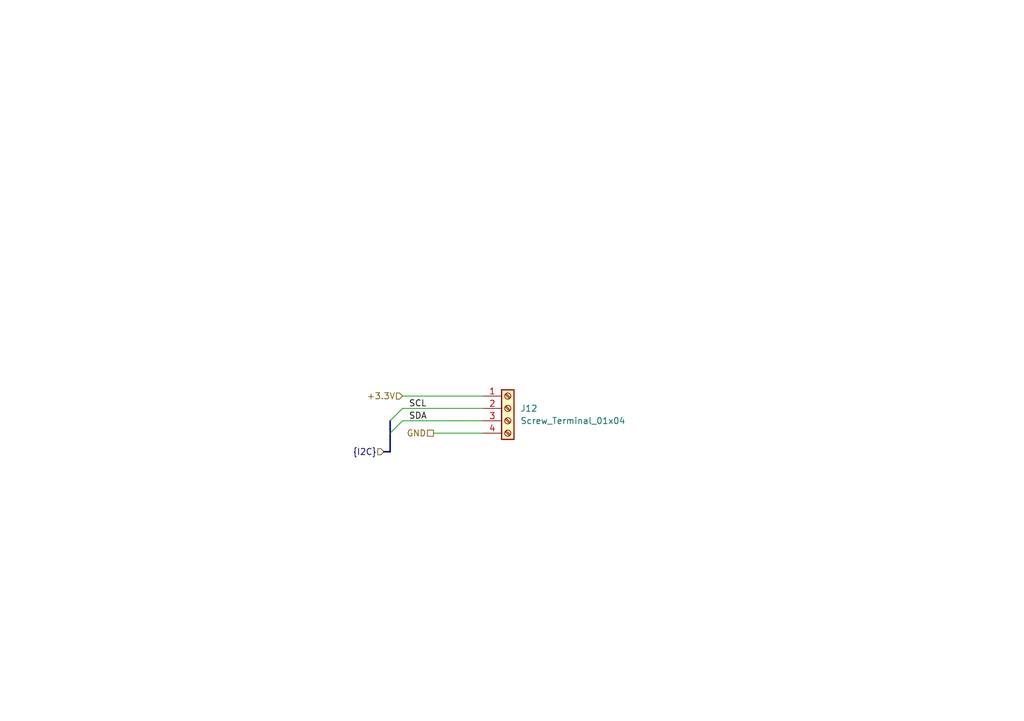
<source format=kicad_sch>
(kicad_sch (version 20231120) (generator "eeschema") (generator_version "8.0")
  (paper "A5")
  (title_block (title "Temperature and pressure device") (date "2024-11-03") (rev "1.0"))
  (lib_symbols
    (symbol "Connector:Screw_Terminal_01x04" (pin_names (offset 1.016) hide)
      (property "Reference" "J" (at 0 5.08 0))
      (property "Value" "Screw_Terminal_01x04" (at 0 -7.62 0))
      (symbol "Screw_Terminal_01x04_1_1"
        (rectangle (start -1.27 3.81) (end 1.27 -6.35) (stroke (width 0.254)) (fill (type background)))
        (circle (center 0 -5.08) (radius 0.635) (stroke (width 0.1524)))
        (circle (center 0 -2.54) (radius 0.635) (stroke (width 0.1524)))
        (polyline (pts (xy -0.5334 -4.7498) (xy 0.3302 -5.588)) (stroke (width 0.1524)))
        (polyline (pts (xy -0.5334 -2.2098) (xy 0.3302 -3.048)) (stroke (width 0.1524)))
        (polyline (pts (xy -0.5334 0.3302) (xy 0.3302 -0.508)) (stroke (width 0.1524)))
        (polyline (pts (xy -0.5334 2.8702) (xy 0.3302 2.032)) (stroke (width 0.1524)))
        (polyline (pts (xy -0.3556 -4.572) (xy 0.508 -5.4102)) (stroke (width 0.1524)))
        (polyline (pts (xy -0.3556 -2.032) (xy 0.508 -2.8702)) (stroke (width 0.1524)))
        (polyline (pts (xy -0.3556 0.508) (xy 0.508 -0.3302)) (stroke (width 0.1524)))
        (polyline (pts (xy -0.3556 3.048) (xy 0.508 2.2098)) (stroke (width 0.1524)))
        (circle (center 0 0) (radius 0.635) (stroke (width 0.1524)))
        (circle (center 0 2.54) (radius 0.635) (stroke (width 0.1524)))
        (pin passive line (at -5.08 2.54 0) (length 3.81) (name "Pin_1") (number "1"))
        (pin passive line (at -5.08 0 0) (length 3.81) (name "Pin_2") (number "2"))
        (pin passive line (at -5.08 -2.54 0) (length 3.81) (name "Pin_3") (number "3"))
        (pin passive line (at -5.08 -5.08 0) (length 3.81) (name "Pin_4") (number "4"))
      )
    )
  )
  (bus_entry (at 82.55 83.82) (size -2.54 2.54))
  (bus_entry (at 82.55 86.36) (size -2.54 2.54))
  (wire (pts (xy 82.55 83.82) (xy 99.06 83.82)))
  (wire (pts (xy 82.55 81.28) (xy 99.06 81.28)))
  (bus (pts (xy 78.74 92.71) (xy 80.01 92.71)))
  (wire (pts (xy 82.55 86.36) (xy 99.06 86.36)))
  (bus (pts (xy 80.01 88.9) (xy 80.01 86.36)))
  (bus (pts (xy 80.01 92.71) (xy 80.01 88.9)))
  (wire (pts (xy 88.9 88.9) (xy 99.06 88.9)))
  (label "SCL" (at 83.82 83.82 0))
  (label "SDA" (at 83.82 86.36 0))
  (hierarchical_label "{I2C}" (shape input) (at 78.74 92.71 180))
  (hierarchical_label "+3.3V" (shape input) (at 82.55 81.28 180))
  (hierarchical_label "GND" (shape passive) (at 88.9 88.9 180))
  (symbol (lib_id "Connector:Screw_Terminal_01x04") (at 104.14 83.82 0) (unit 1)
    (property "Reference" "J12" (at 106.68 83.8199 0) (effects (justify left)))
    (property "Value" "Screw_Terminal_01x04" (at 106.68 86.3599 0) (effects (justify left)))
    (property "Footprint" "Connector_Phoenix_MSTB:PhoenixContact_MSTBA_2,5_4-G-5,08_1x04_P5.08mm_Horizontal" (effects (hide yes)))
    (property "Description" "Generic screw terminal, single row, 01x04, script generated (kicad-library-utils/schlib/autogen/connector/)" (effects (hide yes)))
  )
)
</source>
